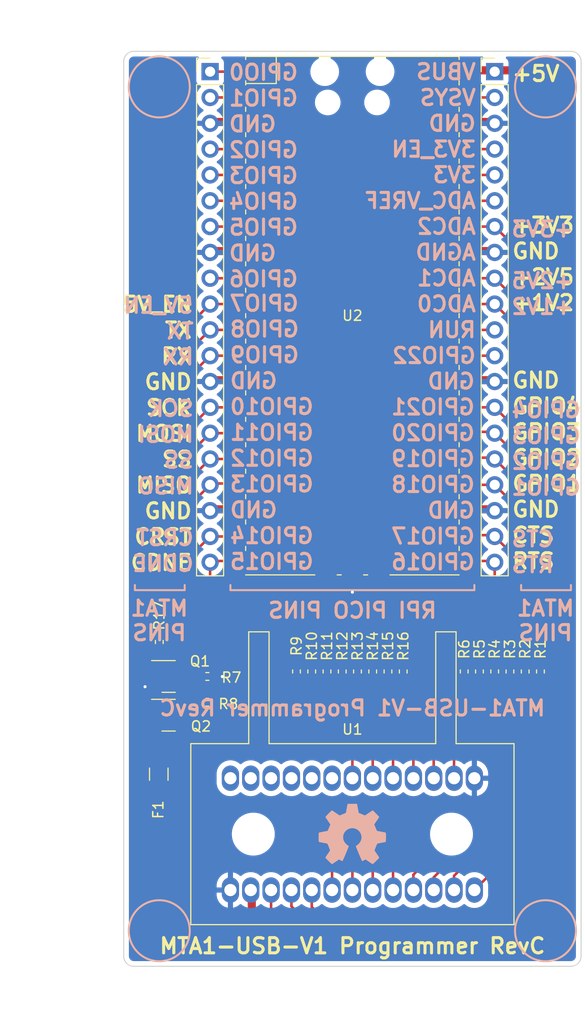
<source format=kicad_pcb>
(kicad_pcb (version 20211014) (generator pcbnew)
  (layers (0 "F.Cu" signal) (31 "B.Cu" signal) (34 "B.Paste" user) (35 "F.Paste" user) (36 "B.SilkS" user "B.Silkscreen") (37 "F.SilkS" user "F.Silkscreen") (38 "B.Mask" user) (39 "F.Mask" user) (44 "Edge.Cuts" user))
  (net 0 "")
  (net 1 "GND")
  (net 2 "+5V")
  (net 3 "+3V3")
  (net 4 "+2V5")
  (net 5 "+1V2")
  (net 6 "/TX")
  (net 7 "/RX")
  (net 8 "/RTS")
  (net 9 "/CTS")
  (net 10 "/GPIO1")
  (net 11 "/GPIO2")
  (net 12 "/GPIO3")
  (net 13 "/GPIO4")
  (net 14 "/CDONE")
  (net 15 "/CRESET")
  (net 16 "/MISO")
  (net 17 "/SS")
  (net 18 "/MOSI")
  (net 19 "/SCK")
  (net 26 "/PICO_0")
  (net 27 "/PICO_1")
  (net 28 "/PICO_2")
  (net 29 "/PICO_3")
  (net 30 "/PICO_4")
  (net 31 "/PICO_5")
  (net 32 "/PICO_6")
  (net 33 "/PICO_VSYS")
  (net 34 "/PICO_3V3_EN")
  (net 35 "/PICO_3V3")
  (net 36 "/PICO_ADC_VREF")
  (net 39 "/PICO_RUN")
  (net 40 "/PICO22")
  (net 41 "/TX_U")
  (net 42 "/RX_U")
  (net 43 "/SCK_U")
  (net 44 "/MOSI_U")
  (net 45 "/SS_U")
  (net 46 "/MISO_U")
  (net 47 "/CRESET_U")
  (net 48 "/CDONE_U")
  (net 49 "/GPIO4_U")
  (net 50 "/GPIO3_U")
  (net 51 "/GPIO2_U")
  (net 52 "/GPIO1_U")
  (net 53 "/CTS_U")
  (net 54 "/RTS_U")
  (net 55 "/5V_EN")
  (net 56 "Net-(Q1-Pad3)")
  (net 57 "/5V_DUT")
  (net 58 "/5V_FUSE")
  (net 59 "Net-(Q1-Pad1)")
  (footprint "mta1:ERJ2G(0402)_L" (layer "F.Cu") (at 153 110 -90)
    (fp_text reference "R5")
    (fp_text value "R100")
  )
  (footprint "mta1:ERJ2G(0402)_L" (layer "F.Cu") (at 154.5 110 -90)
    (fp_text reference "R4")
    (fp_text value "R100")
  )
  (footprint "mta1:ERJ2G(0402)_L" (layer "F.Cu") (at 151.5 110 -90)
    (fp_text reference "R6")
    (fp_text value "R100")
  )
  (footprint "Connector_PinHeader_2.54mm:PinHeader_1x20_P2.54mm_Vertical" (layer "F.Cu") (at 154.5 51)
    (fp_text reference "J2" hide)
    (fp_text value "Conn_01x20")
  )
  (footprint "Fuse:Fuse_1206_3216Metric" (layer "F.Cu") (at 121.45 120.1 90)
    (fp_text reference "F1")
    (fp_text value "50mA, nSMD005")
  )
  (footprint "mta1:ERJ2G(0402)_L" (layer "F.Cu") (at 139.5 110 90)
    (fp_text reference "R12")
    (fp_text value "R100")
  )
  (footprint "Connector_PinHeader_2.54mm:PinHeader_1x20_P2.54mm_Vertical" (layer "F.Cu") (at 126.5 51)
    (fp_text reference "J1" hide)
    (fp_text value "Conn_01x20")
  )
  (footprint "mta1:ERJ2G(0402)_L" (layer "F.Cu") (at 142.5 110 90)
    (fp_text reference "R14")
    (fp_text value "R100")
  )
  (footprint "mta1:ERJ2G(0402)_L" (layer "F.Cu") (at 138 110 90)
    (fp_text reference "R11")
    (fp_text value "R100")
  )
  (footprint "mta1:ERJ2G(0402)_L" (layer "F.Cu") (at 141 110 90)
    (fp_text reference "R13")
    (fp_text value "R100")
  )
  (footprint "Package_TO_SOT_SMD:SOT-23" (layer "F.Cu") (at 122.42 110.49)
    (fp_text reference "Q1")
    (fp_text value "AO3400A")
  )
  (footprint "mta1:ERJ2G(0402)_L" (layer "F.Cu") (at 126.23 113.03)
    (fp_text reference "R8")
    (fp_text value "10K")
  )
  (footprint "Package_TO_SOT_SMD:SOT-23" (layer "F.Cu") (at 122.42 114.3)
    (fp_text reference "Q2")
    (fp_text value "AO3401A")
  )
  (footprint "mta1:ERJ2G(0402)_L" (layer "F.Cu") (at 135 110 90)
    (fp_text reference "R9")
    (fp_text value "R100")
  )
  (footprint "mta1:ERJ2G(0402)_L" (layer "F.Cu") (at 136.5 110 90)
    (fp_text reference "R10")
    (fp_text value "R100")
  )
  (footprint "MCU_RaspberryPi_and_Boards:RPi_Pico_SMD" (layer "F.Cu") (at 140.5 75)
    (fp_text reference "U2")
    (fp_text value "Pico")
  )
  (footprint "mta1:mta1_usb_ch554_pogo" (layer "F.Cu") (at 140.5 126)
    (fp_text reference "U1")
    (fp_text value "mta1_usb_ch554_pogo")
  )
  (footprint "mta1:ERJ2G(0402)_L" (layer "F.Cu") (at 159 110 -90)
    (fp_text reference "R1")
    (fp_text value "R100")
  )
  (footprint "mta1:ERJ2G(0402)_L" (layer "F.Cu") (at 145.5 110 90)
    (fp_text reference "R16")
    (fp_text value "R100")
  )
  (footprint "mta1:ERJ2G(0402)_L" (layer "F.Cu") (at 156 110 -90)
    (fp_text reference "R3")
    (fp_text value "R100")
  )
  (footprint "mta1:ERJ2G(0402)_L" (layer "F.Cu") (at 121.5 107.1 -90)
    (fp_text reference "R17")
    (fp_text value "R100")
  )
  (footprint "mta1:ERJ2G(0402)_L" (layer "F.Cu") (at 144 110 90)
    (fp_text reference "R15")
    (fp_text value "R100")
  )
  (footprint "mta1:ERJ2G(0402)_L" (layer "F.Cu") (at 126.23 110.49 180)
    (fp_text reference "R7")
    (fp_text value "10K")
  )
  (footprint "mta1:ERJ2G(0402)_L" (layer "F.Cu") (at 157.5 110 -90)
    (fp_text reference "R2")
    (fp_text value "R100")
  )
  (footprint "Symbol:OSHW-Symbol_6.7x6mm_SilkScreen" (layer "B.Cu") (at 140.5 126 180)
    (fp_text reference "REF**" hide)
    (fp_text value "OSHW-Symbol_6.7x6mm_SilkScreen" hide)
  )
  (gr_circle (center 121.5 52.5) (end 124.5 52.5) (layer "B.SilkS") (width 0.2) (fill none))
  (gr_line (start 157.1 102) (end 162 102) (layer "B.SilkS") (width 0.2))
  (gr_line (start 119.1 102) (end 124 102) (layer "B.SilkS") (width 0.2))
  (gr_circle (center 159.5 52.5) (end 162.5 52.5) (layer "B.SilkS") (width 0.2) (fill none))
  (gr_circle (center 159.5 135.5) (end 162.5 135.5) (layer "B.SilkS") (width 0.2) (fill none))
  (gr_line (start 119.1 101.5) (end 119.1 102) (layer "B.SilkS") (width 0.2))
  (gr_circle (center 121.5 135.5) (end 124.5 135.5) (layer "B.SilkS") (width 0.2) (fill none))
  (gr_line (start 162 101.5) (end 162 102) (layer "B.SilkS") (width 0.2))
  (gr_line (start 128.5 102) (end 152.5 102) (layer "B.SilkS") (width 0.2))
  (gr_line (start 124 101.5) (end 124 102) (layer "B.SilkS") (width 0.2))
  (gr_line (start 157.1 101.5) (end 157.1 102) (layer "B.SilkS") (width 0.2))
  (gr_line (start 128.5 101.5) (end 128.5 102) (layer "B.SilkS") (width 0.2))
  (gr_line (start 152.5 101.5) (end 152.5 102) (layer "B.SilkS") (width 0.2))
  (gr_arc (start 118 50) (mid 118.292893 49.292893) (end 119 49) (layer "Edge.Cuts") (width 0.1))
  (gr_line (start 162 49) (end 119 49) (layer "Edge.Cuts") (width 0.1))
  (gr_line (start 118 50) (end 118 138) (layer "Edge.Cuts") (width 0.1))
  (gr_arc (start 119 139) (mid 118.292893 138.707107) (end 118 138) (layer "Edge.Cuts") (width 0.1))
  (gr_arc (start 162 49) (mid 162.707107 49.292893) (end 163 50) (layer "Edge.Cuts") (width 0.1))
  (gr_line (start 119 139) (end 162 139) (layer "Edge.Cuts") (width 0.1))
  (gr_line (start 163 138) (end 163 50) (layer "Edge.Cuts") (width 0.1))
  (gr_arc (start 163 138) (mid 162.707107 138.707107) (end 162 139) (layer "Edge.Cuts") (width 0.1))
  (gr_text "GND" (at 152.7 94.16) (layer "B.SilkS") (effects (font (size 1.5 1.5) (thickness 0.3)) (justify left mirror)))
  (gr_text "SS" (at 125.04 89.24) (layer "B.SilkS") (effects (font (size 1.5 1.5) (thickness 0.3)) (justify left mirror)))
  (gr_text "+2V5" (at 156 71.58) (layer "B.SilkS") (effects (font (size 1.5 1.5) (thickness 0.3)) (justify right mirror)))
  (gr_text "GPIO11" (at 128.3 86.5) (layer "B.SilkS") (effects (font (size 1.5 1.5) (thickness 0.3)) (justify right mirror)))
  (gr_text "VBUS" (at 152.8 51.02) (layer "B.SilkS") (effects (font (size 1.5 1.5) (thickness 0.3)) (justify left mirror)))
  (gr_text "GPIO6" (at 128.2 71.4) (layer "B.SilkS") (effects (font (size 1.5 1.5) (thickness 0.3)) (justify right mirror)))
  (gr_text "+1V2" (at 156 74.12) (layer "B.SilkS") (effects (font (size 1.5 1.5) (thickness 0.3)) (justify right mirror)))
  (gr_text "GND" (at 128.2 68.86) (layer "B.SilkS") (effects (font (size 1.5 1.5) (thickness 0.3)) (justify right mirror)))
  (gr_text "GPIO2" (at 156 89.36) (layer "B.SilkS") (effects (font (size 1.5 1.5) (thickness 0.3)) (justify right mirror)))
  (gr_text "GPIO22" (at 152.8 78.94) (layer "B.SilkS") (effects (font (size 1.5 1.5) (thickness 0.3)) (justify left mirror)))
  (gr_text "CRST" (at 125.04 96.86) (layer "B.SilkS") (effects (font (size 1.5 1.5) (thickness 0.3)) (justify left mirror)))
  (gr_text "TX" (at 125.04 76.54) (layer "B.SilkS") (effects (font (size 1.5 1.5) (thickness 0.3)) (justify left mirror)))
  (gr_text "CTS" (at 156 96.98) (layer "B.SilkS") (effects (font (size 1.5 1.5) (thickness 0.3)) (justify right mirror)))
  (gr_text "RUN" (at 152.8 76.4) (layer "B.SilkS") (effects (font (size 1.5 1.5) (thickness 0.3)) (justify left mirror)))
  (gr_text "GPIO10" (at 128.3 83.96) (layer "B.SilkS") (effects (font (size 1.5 1.5) (thickness 0.3)) (justify right mirror)))
  (gr_text "MTA1\nPINS" (at 121.5 105) (layer "B.SilkS") (effects (font (size 1.5 1.5) (thickness 0.3)) (justify mirror)))
  (gr_text "+3V3" (at 156 66.5) (layer "B.SilkS") (effects (font (size 1.5 1.5) (thickness 0.3)) (justify right mirror)))
  (gr_text "GND" (at 128.2 56.16) (layer "B.SilkS") (effects (font (size 1.5 1.5) (thickness 0.3)) (justify right mirror)))
  (gr_text "CDNE" (at 125.04 99.4) (layer "B.SilkS") (effects (font (size 1.5 1.5) (thickness 0.3)) (justify left mirror)))
  (gr_text "GPIO16" (at 152.7 99.24) (layer "B.SilkS") (effects (font (size 1.5 1.5) (thickness 0.3)) (justify left mirror)))
  (gr_text "GPIO8" (at 128.3 76.34) (layer "B.SilkS") (effects (font (size 1.5 1.5) (thickness 0.3)) (justify right mirror)))
  (gr_text "GPIO3" (at 128.2 61.24) (layer "B.SilkS") (effects (font (size 1.5 1.5) (thickness 0.3)) (justify right mirror)))
  (gr_text "GPIO19" (at 152.7 89.08) (layer "B.SilkS") (effects (font (size 1.5 1.5) (thickness 0.3)) (justify left mirror)))
  (gr_text "GND" (at 128.3 81.42) (layer "B.SilkS") (effects (font (size 1.5 1.5) (thickness 0.3)) (justify right mirror)))
  (gr_text "GPIO14" (at 128.3 96.66) (layer "B.SilkS") (effects (font (size 1.5 1.5) (thickness 0.3)) (justify right mirror)))
  (gr_text "ADC0" (at 152.8 73.86) (layer "B.SilkS") (effects (font (size 1.5 1.5) (thickness 0.3)) (justify left mirror)))
  (gr_text "GPIO13" (at 128.3 91.58) (layer "B.SilkS") (effects (font (size 1.5 1.5) (thickness 0.3)) (justify right mirror)))
  (gr_text "MISO" (at 125.04 91.78) (layer "B.SilkS") (effects (font (size 1.5 1.5) (thickness 0.3)) (justify left mirror)))
  (gr_text "GPIO18" (at 152.7 91.62) (layer "B.SilkS") (effects (font (size 1.5 1.5) (thickness 0.3)) (justify left mirror)))
  (gr_text "3V3_EN" (at 152.8 58.64) (layer "B.SilkS") (effects (font (size 1.5 1.5) (thickness 0.3)) (justify left mirror)))
  (gr_text "3V3" (at 152.8 61.16) (layer "B.SilkS") (effects (font (size 1.5 1.5) (thickness 0.3)) (justify left mirror)))
  (gr_text "GPIO7" (at 128.26 73.8) (layer "B.SilkS") (effects (font (size 1.5 1.5) (thickness 0.3)) (justify right mirror)))
  (gr_text "GPIO4" (at 128.2 63.78) (layer "B.SilkS") (effects (font (size 1.5 1.5) (thickness 0.3)) (justify right mirror)))
  (gr_text "VSYS" (at 152.8 53.56) (layer "B.SilkS") (effects (font (size 1.5 1.5) (thickness 0.3)) (justify left mirror)))
  (gr_text "MTA1-USB-V1 Programmer RevC" (at 140.5 113.61) (layer "B.SilkS") (effects (font (size 1.5 1.5) (thickness 0.3)) (justify mirror)))
  (gr_text "AGND" (at 152.8 68.78) (layer "B.SilkS") (effects (font (size 1.5 1.5) (thickness 0.3)) (justify left mirror)))
  (gr_text "RX" (at 125.04 79.08) (layer "B.SilkS") (effects (font (size 1.5 1.5) (thickness 0.3)) (justify left mirror)))
  (gr_text "GPIO15" (at 128.3 99.2) (layer "B.SilkS") (effects (font (size 1.5 1.5) (thickness 0.3)) (justify right mirror)))
  (gr_text "GPIO2" (at 128.2 58.7) (layer "B.SilkS") (effects (font (size 1.5 1.5) (thickness 0.3)) (justify right mirror)))
  (gr_text "GND" (at 128.3 94.12) (layer "B.SilkS") (effects (font (size 1.5 1.5) (thickness 0.3)) (justify right mirror)))
  (gr_text "ADC1" (at 152.8 71.32) (layer "B.SilkS") (effects (font (size 1.5 1.5) (thickness 0.3)) (justify left mirror)))
  (gr_text "GPIO4" (at 156 84.28) (layer "B.SilkS") (effects (font (size 1.5 1.5) (thickness 0.3)) (justify right mirror)))
  (gr_text "ADC_VREF" (at 152.8 63.7) (layer "B.SilkS") (effects (font (size 1.5 1.5) (thickness 0.3)) (justify left mirror)))
  (gr_text "RPI PICO PINS" (at 140.5 104) (layer "B.SilkS") (effects (font (size 1.5 1.5) (thickness 0.3)) (justify mirror)))
  (gr_text "GPIO9" (at 128.3 78.88) (layer "B.SilkS") (effects (font (size 1.5 1.5) (thickness 0.3)) (justify right mirror)))
  (gr_text "GPIO1" (at 156 91.9) (layer "B.SilkS") (effects (font (size 1.5 1.5) (thickness 0.3)) (justify right mirror)))
  (gr_text "5V_EN" (at 125 74) (layer "B.SilkS") (effects (font (size 1.5 1.5) (thickness 0.3)) (justify left mirror)))
  (gr_text "GPIO1" (at 128.2 53.62) (layer "B.SilkS") (effects (font (size 1.5 1.5) (thickness 0.3)) (justify right mirror)))
  (gr_text "GPIO5" (at 128.2 66.32) (layer "B.SilkS") (effects (font (size 1.5 1.5) (thickness 0.3)) (justify right mirror)))
  (gr_text "GND" (at 152.7 81.46) (layer "B.SilkS") (effects (font (size 1.5 1.5) (thickness 0.3)) (justify left mirror)))
  (gr_text "GPIO20" (at 152.7 86.54) (layer "B.SilkS") (effects (font (size 1.5 1.5) (thickness 0.3)) (justify left mirror)))
  (gr_text "MOSI" (at 125.04 86.7) (layer "B.SilkS") (effects (font (size 1.5 1.5) (thickness 0.3)) (justify left mirror)))
  (gr_text "ADC2" (at 152.8 66.24) (layer "B.SilkS") (effects (font (size 1.5 1.5) (thickness 0.3)) (justify left mirror)))
  (gr_text "SCK" (at 125.04 84.16) (layer "B.SilkS") (effects (font (size 1.5 1.5) (thickness 0.3)) (justify left mirror)))
  (gr_text "GPIO3" (at 156 86.82) (layer "B.SilkS") (effects (font (size 1.5 1.5) (thickness 0.3)) (justify right mirror)))
  (gr_text "GPIO12" (at 128.3 89.04) (layer "B.SilkS") (effects (font (size 1.5 1.5) (thickness 0.3)) (justify right mirror)))
  (gr_text "GPIO0" (at 128.2 51.08) (layer "B.SilkS") (effects (font (size 1.5 1.5) (thickness 0.3)) (justify right mirror)))
  (gr_text "GND" (at 152.8 56.1) (layer "B.SilkS") (effects (font (size 1.5 1.5) (thickness 0.3)) (justify left mirror)))
  (gr_text "GPIO17" (at 152.7 96.7) (layer "B.SilkS") (effects (font (size 1.5 1.5) (thickness 0.3)) (justify left mirror)))
  (gr_text "MTA1\nPINS" (at 159.5 105) (layer "B.SilkS") (effects (font (size 1.5 1.5) (thickness 0.3)) (justify mirror)))
  (gr_text "RTS" (at 156 99.52) (layer "B.SilkS") (effects (font (size 1.5 1.5) (thickness 0.3)) (justify right mirror)))
  (gr_text "GPIO21" (at 152.7 84) (layer "B.SilkS") (effects (font (size 1.5 1.5) (thickness 0.3)) (justify left mirror)))
  (gr_text "MOSI" (at 124.86 86.6) (layer "F.SilkS") (effects (font (size 1.5 1.5) (thickness 0.3)) (justify right)))
  (gr_text "GPIO3" (at 156.075 86.44) (layer "F.SilkS") (effects (font (size 1.5 1.5) (thickness 0.3)) (justify left)))
  (gr_text "GPIO1" (at 156.075 91.52) (layer "F.SilkS") (effects (font (size 1.5 1.5) (thickness 0.3)) (justify left)))
  (gr_text "GND" (at 124.86 94.22) (layer "F.SilkS") (effects (font (size 1.5 1.5) (thickness 0.3)) (justify right)))
  (gr_text "GPIO4" (at 156.075 83.9) (layer "F.SilkS") (effects (font (size 1.5 1.5) (thickness 0.3)) (justify left)))
  (gr_text "TX" (at 124.86 76.44) (layer "F.SilkS") (effects (font (size 1.5 1.5) (thickness 0.3)) (justify right)))
  (gr_text "GPIO2" (at 156.075 88.98) (layer "F.SilkS") (effects (font (size 1.5 1.5) (thickness 0.3)) (justify left)))
  (gr_text "+2V5" (at 156.075 71.2) (layer "F.SilkS") (effects (font (size 1.5 1.5) (thickness 0.3)) (justify left)))
  (gr_text "GND" (at 156.075 81.36) (layer "F.SilkS") (effects (font (size 1.5 1.5) (thickness 0.3)) (justify left)))
  (gr_text "GND" (at 156.075 94.06) (layer "F.SilkS") (effects (font (size 1.5 1.5) (thickness 0.3)) (justify left)))
  (gr_text "SCK" (at 124.86 84.06) (layer "F.SilkS") (effects (font (size 1.5 1.5) (thickness 0.3)) (justify right)))
  (gr_text "+1V2" (at 156.075 73.74) (layer "F.SilkS") (effects (font (size 1.5 1.5) (thickness 0.3)) (justify left)))
  (gr_text "5V_EN" (at 124.9 73.9) (layer "F.SilkS") (effects (font (size 1.5 1.5) (thickness 0.3)) (justify right)))
  (gr_text "GND" (at 156.075 68.66) (layer "F.SilkS") (effects (font (size 1.5 1.5) (thickness 0.3)) (justify left)))
  (gr_text "RX" (at 124.86 78.98) (layer "F.SilkS") (effects (font (size 1.5 1.5) (thickness 0.3)) (justify right)))
  (gr_text "+5V" (at 156.075 51.2) (layer "F.SilkS") (effects (font (size 1.5 1.5) (thickness 0.3)) (justify left)))
  (gr_text "GND" (at 124.86 81.52) (layer "F.SilkS") (effects (font (size 1.5 1.5) (thickness 0.3)) (justify right)))
  (gr_text "CRST" (at 124.86 96.76) (layer "F.SilkS") (effects (font (size 1.5 1.5) (thickness 0.3)) (justify right)))
  (gr_text "RTS" (at 156.075 99.14) (layer "F.SilkS") (effects (font (size 1.5 1.5) (thickness 0.3)) (justify left)))
  (gr_text "+3V3" (at 156.075 66.12) (layer "F.SilkS") (effects (font (size 1.5 1.5) (thickness 0.3)) (justify left)))
  (gr_text "CTS" (at 156.075 96.6) (layer "F.SilkS") (effects (font (size 1.5 1.5) (thickness 0.3)) (justify left)))
  (gr_text "MISO" (at 124.86 91.68) (layer "F.SilkS") (effects (font (size 1.5 1.5) (thickness 0.3)) (justify right)))
  (gr_text "CDNE" (at 124.86 99.3) (layer "F.SilkS") (effects (font (size 1.5 1.5) (thickness 0.3)) (justify right)))
  (gr_text "SS" (at 124.86 89.14) (layer "F.SilkS") (effects (font (size 1.5 1.5) (thickness 0.3)) (justify right)))
  (gr_text "MTA1-USB-V1 Programmer RevC" (at 140.5 137) (layer "F.SilkS") (effects (font (size 1.5 1.5) (thickness 0.3))))
  (segment (start 154.37 68.65) (end 154.5 68.78) (width 0.8) (layer "F.Cu") (net 1))
  (segment (start 149.39 55.95) (end 154.37 55.95) (width 0.8) (layer "F.Cu") (net 1))
  (segment (start 154.37 94.05) (end 154.5 94.18) (width 0.8) (layer "F.Cu") (net 1))
  (segment (start 149.39 68.65) (end 154.37 68.65) (width 0.8) (layer "F.Cu") (net 1))
  (segment (start 126.63 110.49) (end 127.49 110.49) (width 0.25) (layer "F.Cu") (net 1))
  (segment (start 127.5 110.5) (end 127.7 110.5) (width 0.25) (layer "F.Cu") (net 1))
  (segment (start 127.49 110.49) (end 127.5 110.5) (width 0.25) (layer "F.Cu") (net 1))
  (segment (start 154.37 81.35) (end 154.5 81.48) (width 0.8) (layer "F.Cu") (net 1))
  (segment (start 131.61 94.05) (end 126.63 94.05) (width 0.8) (layer "F.Cu") (net 1))
  (segment (start 126.63 55.95) (end 126.5 56.08) (width 0.8) (layer "F.Cu") (net 1))
  (segment (start 126.63 81.35) (end 126.5 81.48) (width 0.8) (layer "F.Cu") (net 1))
  (segment (start 121.4825 111.44) (end 120.16 111.44) (width 0.25) (layer "F.Cu") (net 1))
  (segment (start 120.16 111.44) (end 120.1 111.5) (width 0.25) (layer "F.Cu") (net 1))
  (segment (start 131.61 55.95) (end 126.63 55.95) (width 0.8) (layer "F.Cu") (net 1))
  (segment (start 131.61 68.65) (end 126.63 68.65) (width 0.8) (layer "F.Cu") (net 1))
  (segment (start 140.5 98.9) (end 140.5 102.2) (width 0.8) (layer "F.Cu") (net 1))
  (segment (start 126.63 68.65) (end 126.5 68.78) (width 0.8) (layer "F.Cu") (net 1))
  (segment (start 149.39 94.05) (end 154.37 94.05) (width 0.8) (layer "F.Cu") (net 1))
  (segment (start 149.39 81.35) (end 154.37 81.35) (width 0.8) (layer "F.Cu") (net 1))
  (segment (start 154.37 55.95) (end 154.5 56.08) (width 0.8) (layer "F.Cu") (net 1))
  (segment (start 126.63 94.05) (end 126.5 94.18) (width 0.8) (layer "F.Cu") (net 1))
  (segment (start 131.61 81.35) (end 126.63 81.35) (width 0.8) (layer "F.Cu") (net 1))
  (via (at 127.7 110.5) (size 0.6) (drill 0.3) (layers "F.Cu" "B.Cu") (net 1))
  (via (at 120.1 111.5) (size 0.6) (drill 0.3) (layers "F.Cu" "B.Cu") (net 1))
  (via (at 140.5 102.2) (size 0.6) (drill 0.3) (layers "F.Cu" "B.Cu") (net 1))
  (segment (start 158.17 50.87) (end 162 54.7) (width 0.8) (layer "F.Cu") (net 2))
  (segment (start 159 137.1) (end 127.3 137.1) (width 0.8) (layer "F.Cu") (net 2))
  (segment (start 162 134.1) (end 159 137.1) (width 0.8) (layer "F.Cu") (net 2))
  (segment (start 127.3 137.1) (end 121.45 131.25) (width 0.8) (layer "F.Cu") (net 2))
  (segment (start 121.45 131.25) (end 121.45 121.5) (width 0.8) (layer "F.Cu") (net 2))
  (segment (start 162 54.7) (end 162 134.1) (width 0.8) (layer "F.Cu") (net 2))
  (segment (start 149.39 50.87) (end 158.17 50.87) (width 0.8) (layer "F.Cu") (net 2))
  (segment (start 161 72.74) (end 161 130.26) (width 0.25) (layer "F.Cu") (net 3))
  (segment (start 149.52 66.24) (end 149.39 66.11) (width 0.25) (layer "F.Cu") (net 3))
  (segment (start 154.5 66.24) (end 149.52 66.24) (width 0.25) (layer "F.Cu") (net 3))
  (segment (start 155.56 135.7) (end 134.9 135.7) (width 0.25) (layer "F.Cu") (net 3))
  (segment (start 134.9 135.7) (end 132.5 133.3) (width 0.25) (layer "F.Cu") (net 3))
  (segment (start 154.5 66.24) (end 161 72.74) (width 0.25) (layer "F.Cu") (net 3))
  (segment (start 132.5 133.3) (end 132.5 131.5) (width 0.25) (layer "F.Cu") (net 3))
  (segment (start 161 130.26) (end 155.56 135.7) (width 0.25) (layer "F.Cu") (net 3))
  (segment (start 134.5 131.5) (end 134.5 133.1) (width 0.25) (layer "F.Cu") (net 4))
  (segment (start 160.5 129.835718) (end 160.5 77.32) (width 0.25) (layer "F.Cu") (net 4))
  (segment (start 155.235718 135.1) (end 160.5 129.835718) (width 0.25) (layer "F.Cu") (net 4))
  (segment (start 134.5 133.1) (end 136.5 135.1) (width 0.25) (layer "F.Cu") (net 4))
  (segment (start 160.5 77.32) (end 154.5 71.32) (width 0.25) (layer "F.Cu") (net 4))
  (segment (start 149.52 71.32) (end 154.5 71.32) (width 0.25) (layer "F.Cu") (net 4))
  (segment (start 136.5 135.1) (end 155.235718 135.1) (width 0.25) (layer "F.Cu") (net 4))
  (segment (start 149.39 71.19) (end 149.52 71.32) (width 0.25) (layer "F.Cu") (net 4))
  (segment (start 155.02 134.4) (end 137.74 134.4) (width 0.25) (layer "F.Cu") (net 5))
  (segment (start 149.39 73.73) (end 149.52 73.86) (width 0.25) (layer "F.Cu") (net 5))
  (segment (start 149.52 73.86) (end 154.5 73.86) (width 0.25) (layer "F.Cu") (net 5))
  (segment (start 160 79.36) (end 160 129.42) (width 0.25) (layer "F.Cu") (net 5))
  (segment (start 160 129.42) (end 155.02 134.4) (width 0.25) (layer "F.Cu") (net 5))
  (segment (start 137.74 134.4) (end 136.5 133.16) (width 0.25) (layer "F.Cu") (net 5))
  (segment (start 136.5 133.16) (end 136.5 131.5) (width 0.25) (layer "F.Cu") (net 5))
  (segment (start 154.5 73.86) (end 160 79.36) (width 0.25) (layer "F.Cu") (net 5))
  (segment (start 125.7 118.3) (end 125.7 122) (width 0.25) (layer "F.Cu") (net 6))
  (segment (start 136.94 123.5) (end 138.5 125.06) (width 0.25) (layer "F.Cu") (net 6))
  (segment (start 125.7 122) (end 127.2 123.5) (width 0.25) (layer "F.Cu") (net 6))
  (segment (start 135 113.3) (end 131.67 116.63) (width 0.25) (layer "F.Cu") (net 6))
  (segment (start 138.5 125.06) (end 138.5 131.5) (width 0.25) (layer "F.Cu") (net 6))
  (segment (start 127.2 123.5) (end 136.94 123.5) (width 0.25) (layer "F.Cu") (net 6))
  (segment (start 135 110.4) (end 135 113.3) (width 0.25) (layer "F.Cu") (net 6))
  (segment (start 131.67 116.63) (end 127.37 116.63) (width 0.25) (layer "F.Cu") (net 6))
  (segment (start 127.37 116.63) (end 125.7 118.3) (width 0.25) (layer "F.Cu") (net 6))
  (segment (start 126.3 121.6) (end 126.3 118.49) (width 0.25) (layer "F.Cu") (net 7))
  (segment (start 126.3 118.49) (end 127.42 117.37) (width 0.25) (layer "F.Cu") (net 7))
  (segment (start 136.5 110.4) (end 136.5 112.7) (width 0.25) (layer "F.Cu") (net 7))
  (segment (start 140.5 126.1) (end 137.25048 122.85048) (width 0.25) (layer "F.Cu") (net 7))
  (segment (start 131.93 117.37) (end 136.5 112.8) (width 0.25) (layer "F.Cu") (net 7))
  (segment (start 127.55048 122.85048) (end 126.3 121.6) (width 0.25) (layer "F.Cu") (net 7))
  (segment (start 136.5 112.8) (end 136.5 110.4) (width 0.25) (layer "F.Cu") (net 7))
  (segment (start 140.5 131.5) (end 140.5 126.1) (width 0.25) (layer "F.Cu") (net 7))
  (segment (start 137.25048 122.85048) (end 127.55048 122.85048) (width 0.25) (layer "F.Cu") (net 7))
  (segment (start 127.42 117.37) (end 131.93 117.37) (width 0.25) (layer "F.Cu") (net 7))
  (segment (start 154.31 116.51) (end 154.31 122.06) (width 0.25) (layer "F.Cu") (net 8))
  (segment (start 154.31 122.06) (end 153.47 122.9) (width 0.25) (layer "F.Cu") (net 8))
  (segment (start 142.5 126.75) (end 142.5 131.5) (width 0.25) (layer "F.Cu") (net 8))
  (segment (start 153.47 122.9) (end 146.35 122.9) (width 0.25) (layer "F.Cu") (net 8))
  (segment (start 151.5 113.7) (end 154.31 116.51) (width 0.25) (layer "F.Cu") (net 8))
  (segment (start 151.5 110.4) (end 151.5 113.7) (width 0.25) (layer "F.Cu") (net 8))
  (segment (start 146.35 122.9) (end 142.5 126.75) (width 0.25) (layer "F.Cu") (net 8))
  (segment (start 144.5 125.6) (end 144.5 131.5) (width 0.25) (layer "F.Cu") (net 9))
  (segment (start 154.94952 115.84952) (end 154.94952 122.286198) (width 0.25) (layer "F.Cu") (net 9))
  (segment (start 153 113.9) (end 154.94952 115.84952) (width 0.25) (layer "F.Cu") (net 9))
  (segment (start 153.725718 123.51) (end 146.59 123.51) (width 0.25) (layer "F.Cu") (net 9))
  (segment (start 153 110.4) (end 153 113.9) (width 0.25) (layer "F.Cu") (net 9))
  (segment (start 154.94952 122.286198) (end 153.725718 123.51) (width 0.25) (layer "F.Cu") (net 9))
  (segment (start 146.59 123.51) (end 144.5 125.6) (width 0.25) (layer "F.Cu") (net 9))
  (segment (start 151.97 128.26) (end 148.23 128.26) (width 0.25) (layer "F.Cu") (net 10))
  (segment (start 148.23 128.26) (end 146.5 129.99) (width 0.25) (layer "F.Cu") (net 10))
  (segment (start 154.5 114.5) (end 155.72 115.72) (width 0.25) (layer "F.Cu") (net 10))
  (segment (start 146.5 129.99) (end 146.5 131.5) (width 0.25) (layer "F.Cu") (net 10))
  (segment (start 155.72 124.51) (end 151.97 128.26) (width 0.25) (layer "F.Cu") (net 10))
  (segment (start 154.5 110.4) (end 154.5 114.5) (width 0.25) (layer "F.Cu") (net 10))
  (segment (start 155.72 115.72) (end 155.72 124.51) (width 0.25) (layer "F.Cu") (net 10))
  (segment (start 156.63 111.03) (end 156 110.4) (width 0.25) (layer "F.Cu") (net 11))
  (segment (start 149.8 128.94952) (end 152.086198 128.94952) (width 0.25) (layer "F.Cu") (net 11))
  (segment (start 152.086198 128.94952) (end 156.63 124.405718) (width 0.25) (layer "F.Cu") (net 11))
  (segment (start 148.5 130.24952) (end 149.8 128.94952) (width 0.25) (layer "F.Cu") (net 11))
  (segment (start 148.5 131.5) (end 148.5 130.24952) (width 0.25) (layer "F.Cu") (net 11))
  (segment (start 156.63 124.405718) (end 156.63 111.03) (width 0.25) (layer "F.Cu") (net 11))
  (segment (start 151.04 129.56) (end 150.5 130.1) (width 0.25) (layer "F.Cu") (net 12))
  (segment (start 157.5 110.4) (end 157.5 124.4) (width 0.25) (layer "F.Cu") (net 12))
  (segment (start 152.34 129.56) (end 151.04 129.56) (width 0.25) (layer "F.Cu") (net 12))
  (segment (start 150.5 130.1) (end 150.5 131.5) (width 0.25) (layer "F.Cu") (net 12))
  (segment (start 157.5 124.4) (end 152.34 129.56) (width 0.25) (layer "F.Cu") (net 12))
  (segment (start 159 125) (end 152.5 131.5) (width 0.25) (layer "F.Cu") (net 13))
  (segment (start 159 110.4) (end 159 125) (width 0.25) (layer "F.Cu") (net 13))
  (segment (start 145.5 111.9) (end 150.5 116.9) (width 0.25) (layer "F.Cu") (net 14))
  (segment (start 150.5 116.9) (end 150.5 120.5) (width 0.25) (layer "F.Cu") (net 14))
  (segment (start 145.5 110.4) (end 145.5 111.9) (width 0.25) (layer "F.Cu") (net 14))
  (segment (start 148.5 116.3) (end 148.5 120.5) (width 0.25) (layer "F.Cu") (net 15))
  (segment (start 144 111.8) (end 148.5 116.3) (width 0.25) (layer "F.Cu") (net 15))
  (segment (start 144 110.4) (end 144 111.8) (width 0.25) (layer "F.Cu") (net 15))
  (segment (start 146.5 115.8) (end 146.5 120.5) (width 0.25) (layer "F.Cu") (net 16))
  (segment (start 142.5 110.4) (end 142.5 111.8) (width 0.25) (layer "F.Cu") (net 16))
  (segment (start 142.5 111.8) (end 146.5 115.8) (width 0.25) (layer "F.Cu") (net 16))
  (segment (start 141 111.8) (end 144.5 115.3) (width 0.25) (layer "F.Cu") (net 17))
  (segment (start 141 110.4) (end 141 111.8) (width 0.25) (layer "F.Cu") (net 17))
  (segment (start 144.5 115.3) (end 144.5 120.5) (width 0.25) (layer "F.Cu") (net 17))
  (segment (start 139.5 110.4) (end 139.5 111.9) (width 0.25) (layer "F.Cu") (net 18))
  (segment (start 142.5 114.9) (end 142.5 120.5) (width 0.25) (layer "F.Cu") (net 18))
  (segment (start 139.5 111.9) (end 142.5 114.9) (width 0.25) (layer "F.Cu") (net 18))
  (segment (start 140.5 114.5) (end 140.5 120.5) (width 0.25) (layer "F.Cu") (net 19))
  (segment (start 138 110.4) (end 138 112) (width 0.25) (layer "F.Cu") (net 19))
  (segment (start 138 112) (end 140.5 114.5) (width 0.25) (layer "F.Cu") (net 19))
  (segment (start 131.48 51) (end 131.61 50.87) (width 0.25) (layer "F.Cu") (net 26))
  (segment (start 126.5 51) (end 131.48 51) (width 0.25) (layer "F.Cu") (net 26))
  (segment (start 131.48 53.54) (end 131.61 53.41) (width 0.25) (layer "F.Cu") (net 27))
  (segment (start 126.5 53.54) (end 131.48 53.54) (width 0.25) (layer "F.Cu") (net 27))
  (segment (start 126.5 58.62) (end 131.48 58.62) (width 0.25) (layer "F.Cu") (net 28))
  (segment (start 131.48 58.62) (end 131.61 58.49) (width 0.25) (layer "F.Cu") (net 28))
  (segment (start 126.5 61.16) (end 131.48 61.16) (width 0.25) (layer "F.Cu") (net 29))
  (segment (start 131.48 61.16) (end 131.61 61.03) (width 0.25) (layer "F.Cu") (net 29))
  (segment (start 131.48 63.7) (end 131.61 63.57) (width 0.25) (layer "F.Cu") (net 30))
  (segment (start 126.5 63.7) (end 131.48 63.7) (width 0.25) (layer "F.Cu") (net 30))
  (segment (start 126.5 66.24) (end 131.48 66.24) (width 0.25) (layer "F.Cu") (net 31))
  (segment (start 131.48 66.24) (end 131.61 66.11) (width 0.25) (layer "F.Cu") (net 31))
  (segment (start 131.48 71.32) (end 131.61 71.19) (width 0.25) (layer "F.Cu") (net 32))
  (segment (start 126.5 71.32) (end 131.48 71.32) (width 0.25) (layer "F.Cu") (net 32))
  (segment (start 154.5 53.54) (end 149.52 53.54) (width 0.25) (layer "F.Cu") (net 33))
  (segment (start 149.52 53.54) (end 149.39 53.41) (width 0.25) (layer "F.Cu") (net 33))
  (segment (start 149.52 58.62) (end 149.39 58.49) (width 0.25) (layer "F.Cu") (net 34))
  (segment (start 154.5 58.62) (end 149.52 58.62) (width 0.25) (layer "F.Cu") (net 34))
  (segment (start 149.52 61.16) (end 149.39 61.03) (width 0.25) (layer "F.Cu") (net 35))
  (segment (start 154.5 61.16) (end 149.52 61.16) (width 0.25) (layer "F.Cu") (net 35))
  (segment (start 154.5 63.7) (end 149.52 63.7) (width 0.25) (layer "F.Cu") (net 36))
  (segment (start 149.52 63.7) (end 149.39 63.57) (width 0.25) (layer "F.Cu") (net 36))
  (segment (start 149.52 76.4) (end 149.39 76.27) (width 0.25) (layer "F.Cu") (net 39))
  (segment (start 154.5 76.4) (end 149.52 76.4) (width 0.25) (layer "F.Cu") (net 39))
  (segment (start 149.52 78.94) (end 149.39 78.81) (width 0.25) (layer "F.Cu") (net 40))
  (segment (start 154.5 78.94) (end 149.52 78.94) (width 0.25) (layer "F.Cu") (net 40))
  (segment (start 134.12 106.92) (end 135 107.8) (width 0.25) (layer "F.Cu") (net 41))
  (segment (start 131.48 76.4) (end 131.61 76.27) (width 0.25) (layer "F.Cu") (net 41))
  (segment (start 135 107.8) (end 135 109.6) (width 0.25) (layer "F.Cu") (net 41))
  (segment (start 127.01 106.92) (end 134.12 106.92) (width 0.25) (layer "F.Cu") (net 41))
  (segment (start 126.5 76.4) (end 131.48 76.4) (width 0.25) (layer "F.Cu") (net 41))
  (segment (start 126.5 76.4) (end 121.3 81.6) (width 0.25) (layer "F.Cu") (net 41))
  (segment (start 121.3 81.6) (end 121.3 101.21) (width 0.25) (layer "F.Cu") (net 41))
  (segment (start 121.3 101.21) (end 127.01 106.92) (width 0.25) (layer "F.Cu") (net 41))
  (segment (start 136.5 109.6) (end 136.5 107.6) (width 0.25) (layer "F.Cu") (net 42))
  (segment (start 135.3 106.4) (end 127.264282 106.4) (width 0.25) (layer "F.Cu") (net 42))
  (segment (start 126.75048 105.886197) (end 121.9 101.035717) (width 0.25) (layer "F.Cu") (net 42))
  (segment (start 121.9 83.54) (end 126.5 78.94) (width 0.25) (layer "F.Cu") (net 42))
  (segment (start 121.9 101.035717) (end 121.9 83.54) (width 0.25) (layer "F.Cu") (net 42))
  (segment (start 136.5 107.6) (end 135.3 106.4) (width 0.25) (layer "F.Cu") (net 42))
  (segment (start 131.48 78.94) (end 131.61 78.81) (width 0.25) (layer "F.Cu") (net 42))
  (segment (start 126.5 78.94) (end 131.48 78.94) (width 0.25) (layer "F.Cu") (net 42))
  (segment (start 127.264282 106.4) (end 126.75048 105.886197) (width 0.25) (layer "F.Cu") (net 42))
  (segment (start 138 107.2) (end 136.59 105.79) (width 0.25) (layer "F.Cu") (net 43))
  (segment (start 138 109.6) (end 138 107.2) (width 0.25) (layer "F.Cu") (net 43))
  (segment (start 126.5 84.02) (end 131.48 84.02) (width 0.25) (layer "F.Cu") (net 43))
  (segment (start 122.54 87.98) (end 126.5 84.02) (width 0.25) (layer "F.Cu") (net 43))
  (segment (start 127.52 105.79) (end 122.54 100.81) (width 0.25) (layer "F.Cu") (net 43))
  (segment (start 122.54 100.81) (end 122.54 87.98) (width 0.25) (layer "F.Cu") (net 43))
  (segment (start 131.48 84.02) (end 131.61 83.89) (width 0.25) (layer "F.Cu") (net 43))
  (segment (start 136.59 105.79) (end 127.52 105.79) (width 0.25) (layer "F.Cu") (net 43))
  (segment (start 126.5 86.56) (end 123.17 89.89) (width 0.25) (layer "F.Cu") (net 44))
  (segment (start 131.48 86.56) (end 131.61 86.43) (width 0.25) (layer "F.Cu") (net 44))
  (segment (start 126.5 86.56) (end 131.48 86.56) (width 0.25) (layer "F.Cu") (net 44))
  (segment (start 123.17 100.64) (end 127.75 105.22) (width 0.25) (layer "F.Cu") (net 44))
  (segment (start 127.75 105.22) (end 137.12 105.22) (width 0.25) (layer "F.Cu") (net 44))
  (segment (start 123.17 89.89) (end 123.17 100.64) (width 0.25) (layer "F.Cu") (net 44))
  (segment (start 137.12 105.22) (end 139.5 107.6) (width 0.25) (layer "F.Cu") (net 44))
  (segment (start 139.5 107.6) (end 139.5 109.6) (width 0.25) (layer "F.Cu") (net 44))
  (segment (start 137.62 104.62) (end 128 104.62) (width 0.25) (layer "F.Cu") (net 45))
  (segment (start 131.48 89.1) (end 131.61 88.97) (width 0.25) (layer "F.Cu") (net 45))
  (segment (start 123.74 100.36) (end 123.74 91.86) (width 0.25) (layer "F.Cu") (net 45))
  (segment (start 141 109.6) (end 141 108) (width 0.25) (layer "F.Cu") (net 45))
  (segment (start 141 108) (end 137.62 104.62) (width 0.25) (layer "F.Cu") (net 45))
  (segment (start 126.5 89.1) (end 131.48 89.1) (width 0.25) (layer "F.Cu") (net 45))
  (segment (start 128 104.62) (end 123.74 100.36) (width 0.25) (layer "F.Cu") (net 45))
  (segment (start 123.74 91.86) (end 126.5 89.1) (width 0.25) (layer "F.Cu") (net 45))
  (segment (start 142.5 108.4) (end 142.5 109.6) (width 0.25) (layer "F.Cu") (net 46))
  (segment (start 128.309282 104.07) (end 138.17 104.07) (width 0.25) (layer "F.Cu") (net 46))
  (segment (start 126.63 91.51) (end 126.5 91.64) (width 0.25) (layer "F.Cu") (net 46))
  (segment (start 131.61 91.51) (end 126.63 91.51) (width 0.25) (layer "F.Cu") (net 46))
  (segment (start 126.5 91.64) (end 124.3 93.84) (width 0.25) (layer "F.Cu") (net 46))
  (segment (start 138.17 104.07) (end 142.5 108.4) (width 0.25) (layer "F.Cu") (net 46))
  (segment (start 124.3 93.84) (end 124.3 100.060718) (width 0.25) (layer "F.Cu") (net 46))
  (segment (start 124.3 100.060718) (end 128.309282 104.07) (width 0.25) (layer "F.Cu") (net 46))
  (segment (start 124.9 98.32) (end 126.5 96.72) (width 0.25) (layer "F.Cu") (net 47))
  (segment (start 144 109.6) (end 144 108.6) (width 0.25) (layer "F.Cu") (net 47))
  (segment (start 124.9 99.935718) (end 124.9 98.32) (width 0.25) (layer "F.Cu") (net 47))
  (segment (start 138.94 103.54) (end 128.504282 103.54) (width 0.25) (layer "F.Cu") (net 47))
  (segment (start 126.5 96.72) (end 131.48 96.72) (width 0.25) (layer "F.Cu") (net 47))
  (segment (start 144 108.6) (end 138.94 103.54) (width 0.25) (layer "F.Cu") (net 47))
  (segment (start 131.48 96.72) (end 131.61 96.59) (width 0.25) (layer "F.Cu") (net 47))
  (segment (start 128.504282 103.54) (end 124.9 99.935718) (width 0.25) (layer "F.Cu") (net 47))
  (segment (start 126.5 99.26) (end 126.5 100.71) (width 0.25) (layer "F.Cu") (net 48))
  (segment (start 126.63 99.13) (end 126.5 99.26) (width 0.25) (layer "F.Cu") (net 48))
  (segment (start 139.5 103) (end 145.5 109) (width 0.25) (layer "F.Cu") (net 48))
  (segment (start 131.61 99.13) (end 126.63 99.13) (width 0.25) (layer "F.Cu") (net 48))
  (segment (start 126.5 100.71) (end 128.79 103) (width 0.25) (layer "F.Cu") (net 48))
  (segment (start 145.5 109) (end 145.5 109.6) (width 0.25) (layer "F.Cu") (net 48))
  (segment (start 128.79 103) (end 139.5 103) (width 0.25) (layer "F.Cu") (net 48))
  (segment (start 159 109.6) (end 159 88.52) (width 0.25) (layer "F.Cu") (net 49))
  (segment (start 149.39 83.89) (end 149.52 84.02) (width 0.25) (layer "F.Cu") (net 49))
  (segment (start 149.52 84.02) (end 154.5 84.02) (width 0.25) (layer "F.Cu") (net 49))
  (segment (start 159 88.52) (end 154.5 84.02) (width 0.25) (layer "F.Cu") (net 49))
  (segment (start 157.8 89.86) (end 157.8 102.3) (width 0.25) (layer "F.Cu") (net 50))
  (segment (start 154.37 86.43) (end 154.5 86.56) (width 0.25) (layer "F.Cu") (net 50))
  (segment (start 157.5 102.6) (end 157.5 109.6) (width 0.25) (layer "F.Cu") (net 50))
  (segment (start 157.8 102.3) (end 157.5 102.6) (width 0.25) (layer "F.Cu") (net 50))
  (segment (start 149.39 86.43) (end 154.37 86.43) (width 0.25) (layer "F.Cu") (net 50))
  (segment (start 154.5 86.56) (end 157.8 89.86) (width 0.25) (layer "F.Cu") (net 50))
  (segment (start 149.39 88.97) (end 154.37 88.97) (width 0.25) (layer "F.Cu") (net 51))
  (segment (start 156 109.6) (end 156 102.9) (width 0.25) (layer "F.Cu") (net 51))
  (segment (start 157.22 91.82) (end 154.5 89.1) (width 0.25) (layer "F.Cu") (net 51))
  (segment (start 157.22 101.68) (end 157.22 91.82) (width 0.25) (layer "F.Cu") (net 51))
  (segment (start 156 102.9) (end 157.22 101.68) (width 0.25) (layer "F.Cu") (net 51))
  (segment (start 154.37 88.97) (end 154.5 89.1) (width 0.25) (layer "F.Cu") (net 51))
  (segment (start 156.66 93.8) (end 156.66 101.34) (width 0.25) (layer "F.Cu") (net 52))
  (segment (start 154.5 103.5) (end 154.5 109.6) (width 0.25) (layer "F.Cu") (net 52))
  (segment (start 149.52 91.64) (end 154.5 91.64) (width 0.25) (layer "F.Cu") (net 52))
  (segment (start 156.66 101.34) (end 154.5 103.5) (width 0.25) (layer "F.Cu") (net 52))
  (segment (start 149.39 91.51) (end 149.52 91.64) (width 0.25) (layer "F.Cu") (net 52))
  (segment (start 154.5 91.64) (end 156.66 93.8) (width 0.25) (layer "F.Cu") (net 52))
  (segment (start 153 103.7) (end 155.98 100.72) (width 0.25) (layer "F.Cu") (net 53))
  (segment (start 149.39 96.59) (end 154.37 96.59) (width 0.25) (layer "F.Cu") (net 53))
  (segment (start 155.98 98.2) (end 154.5 96.72) (width 0.25) (layer "F.Cu") (net 53))
  (segment (start 155.98 100.72) (end 155.98 98.2) (width 0.25) (layer "F.Cu") (net 53))
  (segment (start 153 109.6) (end 153 103.7) (width 0.25) (layer "F.Cu") (net 53))
  (segment (start 154.37 96.59) (end 154.5 96.72) (width 0.25) (layer "F.Cu") (net 53))
  (segment (start 151.5 103.6) (end 151.5 109.6) (width 0.25) (layer "F.Cu") (net 54))
  (segment (start 154.37 99.13) (end 154.5 99.26) (width 0.25) (layer "F.Cu") (net 54))
  (segment (start 154.5 99.26) (end 154.5 100.6) (width 0.25) (layer "F.Cu") (net 54))
  (segment (start 154.5 100.6) (end 151.5 103.6) (width 0.25) (layer "F.Cu") (net 54))
  (segment (start 149.39 99.13) (end 154.37 99.13) (width 0.25) (layer "F.Cu") (net 54))
  (segment (start 120.7 103.5) (end 121.5 104.3) (width 0.25) (layer "F.Cu") (net 55))
  (segment (start 131.48 73.86) (end 126.5 73.86) (width 0.25) (layer "F.Cu") (net 55))
  (segment (start 120.7 79.66) (end 120.7 103.5) (width 0.25) (layer "F.Cu") (net 55))
  (segment (start 126.5 73.86) (end 120.7 79.66) (width 0.25) (layer "F.Cu") (net 55))
  (segment (start 121.5 104.3) (end 121.5 106.7) (width 0.25) (layer "F.Cu") (net 55))
  (segment (start 131.61 73.73) (end 131.48 73.86) (width 0.25) (layer "F.Cu") (net 55))
  (segment (start 121.95 113.35) (end 121.4825 113.35) (width 0.25) (layer "F.Cu") (net 56))
  (segment (start 123.3575 110.49) (end 123.3575 111.9425) (width 0.25) (layer "F.Cu") (net 56))
  (segment (start 123.3575 111.9425) (end 121.95 113.35) (width 0.25) (layer "F.Cu") (net 56))
  (segment (start 125.83 113.03) (end 124.445 113.03) (width 0.25) (layer "F.Cu") (net 56))
  (segment (start 124.445 113.03) (end 123.3575 111.9425) (width 0.25) (layer "F.Cu") (net 56))
  (segment (start 127.3 134.5) (end 129.8 134.5) (width 0.8) (layer "F.Cu") (net 57))
  (segment (start 123.3575 130.5575) (end 127.3 134.5) (width 0.8) (layer "F.Cu") (net 57))
  (segment (start 130.6 133.7) (end 130.6 131.6) (width 0.8) (layer "F.Cu") (net 57))
  (segment (start 130.6 131.6) (end 130.5 131.5) (width 0.8) (layer "F.Cu") (net 57))
  (segment (start 129.8 134.5) (end 130.6 133.7) (width 0.8) (layer "F.Cu") (net 57))
  (segment (start 123.3575 114.3) (end 123.3575 130.5575) (width 0.8) (layer "F.Cu") (net 57))
  (segment (start 121.4825 114.8175) (end 122.1 114.2) (width 0.2) (layer "F.Cu") (net 58))
  (segment (start 122.1 114.184283) (end 122.684283 113.6) (width 0.2) (layer "F.Cu") (net 58))
  (segment (start 121.4825 115.25) (end 121.4825 114.8175) (width 0.2) (layer "F.Cu") (net 58))
  (segment (start 127.6 113.6) (end 127.6 113.2) (width 0.2) (layer "F.Cu") (net 58))
  (segment (start 124.5 113.6) (end 124.9 114) (width 0.2) (layer "F.Cu") (net 58))
  (segment (start 126.66 113) (end 126.63 113.03) (width 0.2) (layer "F.Cu") (net 58))
  (segment (start 124.9 114) (end 127.2 114) (width 0.2) (layer "F.Cu") (net 58))
  (segment (start 127.6 113.2) (end 127.4 113) (width 0.2) (layer "F.Cu") (net 58))
  (segment (start 121.45 118.7) (end 121.45 115.2825) (width 0.8) (layer "F.Cu") (net 58))
  (segment (start 127.4 113) (end 126.66 113) (width 0.2) (layer "F.Cu") (net 58))
  (segment (start 121.45 115.2825) (end 121.4825 115.25) (width 0.8) (layer "F.Cu") (net 58))
  (segment (start 122.1 114.2) (end 122.1 114.184283) (width 0.2) (layer "F.Cu") (net 58))
  (segment (start 122.684283 113.6) (end 124.5 113.6) (width 0.2) (layer "F.Cu") (net 58))
  (segment (start 127.2 114) (end 127.6 113.6) (width 0.2) (layer "F.Cu") (net 58))
  (segment (start 125.83 110.49) (end 125.82 110.5) (width 0.25) (layer "F.Cu") (net 59))
  (segment (start 125.3 110.5) (end 124.34 109.54) (width 0.25) (layer "F.Cu") (net 59))
  (segment (start 121.5 107.5) (end 121.5 109.5225) (width 0.25) (layer "F.Cu") (net 59))
  (segment (start 124.34 109.54) (end 121.4825 109.54) (width 0.25) (layer "F.Cu") (net 59))
  (segment (start 125.82 110.5) (end 125.3 110.5) (width 0.25) (layer "F.Cu") (net 59))
  (segment (start 121.5 109.5225) (end 121.4825 109.54) (width 0.25) (layer "F.Cu") (net 59))
  (zone (net 1) (net_name "GND") (layer "B.Cu") (connect_pads (clearance 0.508)) (min_thickness 0.254) (fill yes (thermal_gap 0.508) (thermal_bridge_width 0.508))
    (polygon (pts (xy 163 139) (xy 118 139) (xy 118 49) (xy 163 49)))
  )
)
</source>
